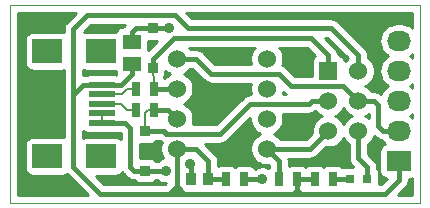
<source format=gtl>
G04 #@! TF.FileFunction,Copper,L1,Top,Signal*
%FSLAX46Y46*%
G04 Gerber Fmt 4.6, Leading zero omitted, Abs format (unit mm)*
G04 Created by KiCad (PCBNEW 4.0.7) date Tue May  8 00:57:31 2018*
%MOMM*%
%LPD*%
G01*
G04 APERTURE LIST*
%ADD10C,0.150000*%
%ADD11C,0.025400*%
%ADD12R,2.032000X1.727200*%
%ADD13O,2.032000X1.727200*%
%ADD14R,0.635000X1.143000*%
%ADD15R,1.524000X1.524000*%
%ADD16C,1.524000*%
%ADD17R,0.850900X0.850900*%
%ADD18R,0.899160X1.000760*%
%ADD19R,0.797560X0.797560*%
%ADD20R,1.498600X1.300480*%
%ADD21R,2.301240X0.500380*%
%ADD22R,2.499360X1.998980*%
%ADD23C,1.778000*%
%ADD24C,0.889000*%
%ADD25C,0.381000*%
%ADD26C,0.203200*%
%ADD27C,0.254000*%
G04 APERTURE END LIST*
D10*
D11*
X131445000Y-86106000D02*
X96774000Y-86106000D01*
X96774000Y-102870000D02*
X131445000Y-102870000D01*
X131445000Y-86106000D02*
X131445000Y-102870000D01*
X96774000Y-102870000D02*
X96774000Y-86106000D01*
D12*
X129667000Y-99314000D03*
D13*
X129667000Y-96774000D03*
X129667000Y-94234000D03*
X129667000Y-91694000D03*
X129667000Y-89154000D03*
D14*
X119507000Y-100838000D03*
X121031000Y-100838000D03*
X108966000Y-93218000D03*
X107442000Y-93218000D03*
X108966000Y-94996000D03*
X107442000Y-94996000D03*
D15*
X123698000Y-91694000D03*
D16*
X126238000Y-91694000D03*
X123698000Y-94234000D03*
X126238000Y-94234000D03*
X123698000Y-96774000D03*
X126238000Y-96774000D03*
D17*
X108204000Y-100139500D03*
X108204000Y-96789240D03*
X108839000Y-88074500D03*
X108839000Y-91424760D03*
D16*
X118491000Y-98298000D03*
X118491000Y-95758000D03*
X118491000Y-93218000D03*
X118491000Y-90678000D03*
X110871000Y-90678000D03*
X110871000Y-93218000D03*
X110871000Y-95758000D03*
X110871000Y-98298000D03*
D18*
X113527840Y-100838000D03*
X112024160Y-100838000D03*
D14*
X116586000Y-100838000D03*
X115062000Y-100838000D03*
D19*
X126987300Y-100838000D03*
X125488700Y-100838000D03*
D14*
X124079000Y-100838000D03*
X122555000Y-100838000D03*
D20*
X107061000Y-91122500D03*
X107061000Y-89217500D03*
D21*
X104541320Y-92887800D03*
X104541320Y-93687900D03*
X104541320Y-94488000D03*
X104541320Y-95288100D03*
X104541320Y-96088200D03*
D22*
X104442260Y-90037920D03*
X99908300Y-90037920D03*
X104442260Y-98938080D03*
X99908300Y-98938080D03*
D23*
X99908300Y-90017600D03*
X104444800Y-90017600D03*
X99908300Y-98945700D03*
X104444800Y-98945700D03*
D24*
X109918500Y-100139500D03*
X112014000Y-99568000D03*
X110236000Y-88074500D03*
X118110000Y-100838000D03*
D25*
X122555000Y-100838000D02*
X121031000Y-100838000D01*
X107442000Y-86995000D02*
X110744000Y-86995000D01*
X110744000Y-86995000D02*
X111823500Y-88074500D01*
X111823500Y-88074500D02*
X123952000Y-88074500D01*
X123952000Y-88074500D02*
X126238000Y-90360500D01*
X126238000Y-90360500D02*
X126238000Y-91694000D01*
X103251000Y-86995000D02*
X102108000Y-88138000D01*
X107442000Y-86995000D02*
X107315000Y-86995000D01*
X107315000Y-86995000D02*
X103251000Y-86995000D01*
X102108000Y-93726000D02*
X102108000Y-88138000D01*
X104541320Y-92887800D02*
X106121200Y-92887800D01*
X107061000Y-91948000D02*
X107061000Y-91122500D01*
X106121200Y-92887800D02*
X107061000Y-91948000D01*
X104541320Y-92887800D02*
X102946200Y-92887800D01*
X102108000Y-93726000D02*
X102946200Y-92887800D01*
X110871000Y-98298000D02*
X112522000Y-98298000D01*
X113527840Y-99303840D02*
X113527840Y-100838000D01*
X112522000Y-98298000D02*
X113527840Y-99303840D01*
X113527840Y-100838000D02*
X115062000Y-100838000D01*
X121666000Y-102108000D02*
X121335800Y-102108000D01*
X129667000Y-100965000D02*
X128524000Y-102108000D01*
X128524000Y-102108000D02*
X121666000Y-102108000D01*
X121335800Y-102108000D02*
X120726200Y-102108000D01*
X129667000Y-99314000D02*
X129667000Y-100965000D01*
X121031000Y-101803200D02*
X120726200Y-102108000D01*
X121031000Y-100838000D02*
X121031000Y-101803200D01*
X121031000Y-101803200D02*
X121335800Y-102108000D01*
X104394000Y-102108000D02*
X102108000Y-99822000D01*
X110210600Y-102108000D02*
X104394000Y-102108000D01*
X102108000Y-99822000D02*
X102108000Y-93726000D01*
X111506000Y-102108000D02*
X111353600Y-102108000D01*
X111353600Y-102108000D02*
X110871000Y-102108000D01*
X110871000Y-102108000D02*
X110642400Y-102108000D01*
X110642400Y-102108000D02*
X110210600Y-102108000D01*
X120396000Y-102108000D02*
X111506000Y-102108000D01*
X120726200Y-102108000D02*
X120396000Y-102108000D01*
X110871000Y-101447600D02*
X110210600Y-102108000D01*
X110871000Y-98298000D02*
X110871000Y-101447600D01*
X110871000Y-101473000D02*
X111506000Y-102108000D01*
X110871000Y-98298000D02*
X110871000Y-101473000D01*
X110871000Y-98298000D02*
X110871000Y-102108000D01*
D26*
X104541320Y-95288100D02*
X104541320Y-96088200D01*
D25*
X104541320Y-96088200D02*
X106502200Y-96088200D01*
X107251500Y-100139500D02*
X108204000Y-100139500D01*
X106934000Y-99822000D02*
X107251500Y-100139500D01*
X106934000Y-96520000D02*
X106934000Y-99822000D01*
X106502200Y-96088200D02*
X106934000Y-96520000D01*
X126238000Y-96774000D02*
X126238000Y-99060000D01*
X126987300Y-99809300D02*
X126987300Y-100838000D01*
X126238000Y-99060000D02*
X126987300Y-99809300D01*
X112024160Y-100838000D02*
X112024160Y-99578160D01*
X109918500Y-100139500D02*
X108204000Y-100139500D01*
D27*
X112024160Y-99578160D02*
X112014000Y-99568000D01*
D25*
X108839000Y-88074500D02*
X110236000Y-88074500D01*
X108839000Y-88074500D02*
X107378500Y-88074500D01*
X107378500Y-88074500D02*
X107061000Y-88392000D01*
X107061000Y-88392000D02*
X107061000Y-89217500D01*
X125488700Y-100838000D02*
X124079000Y-100838000D01*
D26*
X106210100Y-93687900D02*
X106680000Y-93218000D01*
X104541320Y-93687900D02*
X106210100Y-93687900D01*
X106680000Y-93218000D02*
X107442000Y-93218000D01*
X106680000Y-94996000D02*
X107442000Y-94996000D01*
X106172000Y-94488000D02*
X106680000Y-94996000D01*
X104541320Y-94488000D02*
X106172000Y-94488000D01*
D25*
X116586000Y-100838000D02*
X118110000Y-100838000D01*
X123698000Y-90360500D02*
X123698000Y-91694000D01*
X122237500Y-88900000D02*
X123698000Y-90360500D01*
D26*
X108839000Y-91424760D02*
X108839000Y-92075000D01*
D25*
X108839000Y-91424760D02*
X108839000Y-90678000D01*
X110617000Y-88900000D02*
X108839000Y-90678000D01*
X118110000Y-88900000D02*
X110617000Y-88900000D01*
X120396000Y-88900000D02*
X122237500Y-88900000D01*
X120396000Y-88900000D02*
X118110000Y-88900000D01*
D26*
X108966000Y-92202000D02*
X108966000Y-93218000D01*
D25*
X110871000Y-93218000D02*
X108966000Y-93218000D01*
D26*
X108839000Y-92075000D02*
X108966000Y-92202000D01*
X108458000Y-94996000D02*
X108966000Y-94996000D01*
D25*
X108966000Y-94996000D02*
X110109000Y-94996000D01*
D26*
X108204000Y-96789240D02*
X108204000Y-95250000D01*
D25*
X108204000Y-96789240D02*
X109743240Y-96789240D01*
X109743240Y-96789240D02*
X109982000Y-97028000D01*
D26*
X108204000Y-95250000D02*
X108458000Y-94996000D01*
D25*
X109982000Y-97028000D02*
X114554000Y-97028000D01*
X110109000Y-94996000D02*
X110871000Y-95758000D01*
X122301000Y-94234000D02*
X123698000Y-94234000D01*
X122047000Y-94488000D02*
X122301000Y-94234000D01*
X117094000Y-94488000D02*
X122047000Y-94488000D01*
X114554000Y-97028000D02*
X117094000Y-94488000D01*
X126238000Y-94234000D02*
X127563880Y-94234000D01*
X128330960Y-96774000D02*
X129667000Y-96774000D01*
X127924560Y-96367600D02*
X128330960Y-96774000D01*
X127924560Y-94594680D02*
X127924560Y-96367600D01*
X127563880Y-94234000D02*
X127924560Y-94594680D01*
X126238000Y-94234000D02*
X124968000Y-92964000D01*
X112522000Y-90678000D02*
X110871000Y-90678000D01*
X113792000Y-91948000D02*
X112522000Y-90678000D01*
X119507000Y-91948000D02*
X113792000Y-91948000D01*
X120523000Y-92964000D02*
X119507000Y-91948000D01*
X124968000Y-92964000D02*
X120523000Y-92964000D01*
X123698000Y-96774000D02*
X122174000Y-98298000D01*
X122174000Y-98298000D02*
X118491000Y-98298000D01*
X119507000Y-99314000D02*
X118491000Y-98298000D01*
X119507000Y-100838000D02*
X119507000Y-99314000D01*
D27*
G36*
X130797300Y-102222300D02*
X129577134Y-102222300D01*
X130250717Y-101548717D01*
X130299133Y-101489774D01*
X130348131Y-101431380D01*
X130350223Y-101427575D01*
X130352977Y-101424222D01*
X130389009Y-101357023D01*
X130425746Y-101290199D01*
X130427058Y-101286063D01*
X130429110Y-101282236D01*
X130451407Y-101209305D01*
X130474461Y-101136631D01*
X130474945Y-101132317D01*
X130476214Y-101128166D01*
X130483918Y-101052324D01*
X130492420Y-100976526D01*
X130492479Y-100968041D01*
X130492495Y-100967882D01*
X130492481Y-100967734D01*
X130492500Y-100965000D01*
X130492500Y-100815672D01*
X130683000Y-100815672D01*
X130784121Y-100807608D01*
X130797300Y-100803527D01*
X130797300Y-102222300D01*
X130797300Y-102222300D01*
G37*
X130797300Y-102222300D02*
X129577134Y-102222300D01*
X130250717Y-101548717D01*
X130299133Y-101489774D01*
X130348131Y-101431380D01*
X130350223Y-101427575D01*
X130352977Y-101424222D01*
X130389009Y-101357023D01*
X130425746Y-101290199D01*
X130427058Y-101286063D01*
X130429110Y-101282236D01*
X130451407Y-101209305D01*
X130474461Y-101136631D01*
X130474945Y-101132317D01*
X130476214Y-101128166D01*
X130483918Y-101052324D01*
X130492420Y-100976526D01*
X130492479Y-100968041D01*
X130492495Y-100967882D01*
X130492481Y-100967734D01*
X130492500Y-100965000D01*
X130492500Y-100815672D01*
X130683000Y-100815672D01*
X130784121Y-100807608D01*
X130797300Y-100803527D01*
X130797300Y-102222300D01*
G36*
X101524283Y-87554283D02*
X101475867Y-87613226D01*
X101426869Y-87671620D01*
X101424777Y-87675425D01*
X101422023Y-87678778D01*
X101385991Y-87745977D01*
X101349254Y-87812801D01*
X101347942Y-87816937D01*
X101345890Y-87820764D01*
X101323593Y-87893695D01*
X101300539Y-87966369D01*
X101300055Y-87970683D01*
X101298786Y-87974834D01*
X101291078Y-88050716D01*
X101282580Y-88126474D01*
X101282521Y-88134950D01*
X101282504Y-88135119D01*
X101282519Y-88135277D01*
X101282500Y-88138000D01*
X101282500Y-88415758D01*
X101220522Y-88403430D01*
X101179597Y-88403430D01*
X101157980Y-88400358D01*
X98658620Y-88400358D01*
X98620098Y-88403430D01*
X98596078Y-88403430D01*
X98580004Y-88406627D01*
X98557499Y-88408422D01*
X98533286Y-88415920D01*
X98473397Y-88427833D01*
X98409936Y-88454119D01*
X98385986Y-88461536D01*
X98375757Y-88468277D01*
X98357835Y-88475700D01*
X98253831Y-88545193D01*
X98243781Y-88555243D01*
X98236061Y-88560330D01*
X98220868Y-88578156D01*
X98165383Y-88633641D01*
X98135641Y-88678153D01*
X98119595Y-88696980D01*
X98112408Y-88712924D01*
X98095890Y-88737645D01*
X98048023Y-88853207D01*
X98047115Y-88857772D01*
X98045810Y-88860667D01*
X98043986Y-88873502D01*
X98023620Y-88975888D01*
X98023620Y-89016813D01*
X98020548Y-89038430D01*
X98020548Y-91037410D01*
X98023620Y-91075932D01*
X98023620Y-91099952D01*
X98026817Y-91116026D01*
X98028612Y-91138531D01*
X98036110Y-91162744D01*
X98048023Y-91222633D01*
X98074309Y-91286094D01*
X98081726Y-91310044D01*
X98088467Y-91320273D01*
X98095890Y-91338195D01*
X98165383Y-91442199D01*
X98175433Y-91452249D01*
X98180520Y-91459969D01*
X98198346Y-91475162D01*
X98253831Y-91530647D01*
X98298343Y-91560389D01*
X98317170Y-91576435D01*
X98333114Y-91583622D01*
X98357835Y-91600140D01*
X98473397Y-91648007D01*
X98477962Y-91648915D01*
X98480857Y-91650220D01*
X98493692Y-91652044D01*
X98596078Y-91672410D01*
X98637003Y-91672410D01*
X98658620Y-91675482D01*
X101157980Y-91675482D01*
X101196502Y-91672410D01*
X101220522Y-91672410D01*
X101236596Y-91669213D01*
X101259101Y-91667418D01*
X101282500Y-91660172D01*
X101282500Y-97315918D01*
X101220522Y-97303590D01*
X101179597Y-97303590D01*
X101157980Y-97300518D01*
X98658620Y-97300518D01*
X98620098Y-97303590D01*
X98596078Y-97303590D01*
X98580004Y-97306787D01*
X98557499Y-97308582D01*
X98533286Y-97316080D01*
X98473397Y-97327993D01*
X98409936Y-97354279D01*
X98385986Y-97361696D01*
X98375757Y-97368437D01*
X98357835Y-97375860D01*
X98253831Y-97445353D01*
X98243781Y-97455403D01*
X98236061Y-97460490D01*
X98220868Y-97478316D01*
X98165383Y-97533801D01*
X98135641Y-97578313D01*
X98119595Y-97597140D01*
X98112408Y-97613084D01*
X98095890Y-97637805D01*
X98048023Y-97753367D01*
X98047115Y-97757932D01*
X98045810Y-97760827D01*
X98043986Y-97773662D01*
X98023620Y-97876048D01*
X98023620Y-97916973D01*
X98020548Y-97938590D01*
X98020548Y-99937570D01*
X98023620Y-99976092D01*
X98023620Y-100000112D01*
X98026817Y-100016186D01*
X98028612Y-100038691D01*
X98036110Y-100062904D01*
X98048023Y-100122793D01*
X98074309Y-100186254D01*
X98081726Y-100210204D01*
X98088467Y-100220433D01*
X98095890Y-100238355D01*
X98165383Y-100342359D01*
X98175433Y-100352409D01*
X98180520Y-100360129D01*
X98198346Y-100375322D01*
X98253831Y-100430807D01*
X98298343Y-100460549D01*
X98317170Y-100476595D01*
X98333114Y-100483782D01*
X98357835Y-100500300D01*
X98473397Y-100548167D01*
X98477962Y-100549075D01*
X98480857Y-100550380D01*
X98493692Y-100552204D01*
X98596078Y-100572570D01*
X98637003Y-100572570D01*
X98658620Y-100575642D01*
X101157980Y-100575642D01*
X101196502Y-100572570D01*
X101220522Y-100572570D01*
X101236596Y-100569373D01*
X101259101Y-100567578D01*
X101283314Y-100560080D01*
X101343203Y-100548167D01*
X101406664Y-100521881D01*
X101430614Y-100514464D01*
X101440843Y-100507723D01*
X101458765Y-100500300D01*
X101554739Y-100436173D01*
X103340866Y-102222300D01*
X97421700Y-102222300D01*
X97421700Y-86753700D01*
X102324866Y-86753700D01*
X101524283Y-87554283D01*
X101524283Y-87554283D01*
G37*
X101524283Y-87554283D02*
X101475867Y-87613226D01*
X101426869Y-87671620D01*
X101424777Y-87675425D01*
X101422023Y-87678778D01*
X101385991Y-87745977D01*
X101349254Y-87812801D01*
X101347942Y-87816937D01*
X101345890Y-87820764D01*
X101323593Y-87893695D01*
X101300539Y-87966369D01*
X101300055Y-87970683D01*
X101298786Y-87974834D01*
X101291078Y-88050716D01*
X101282580Y-88126474D01*
X101282521Y-88134950D01*
X101282504Y-88135119D01*
X101282519Y-88135277D01*
X101282500Y-88138000D01*
X101282500Y-88415758D01*
X101220522Y-88403430D01*
X101179597Y-88403430D01*
X101157980Y-88400358D01*
X98658620Y-88400358D01*
X98620098Y-88403430D01*
X98596078Y-88403430D01*
X98580004Y-88406627D01*
X98557499Y-88408422D01*
X98533286Y-88415920D01*
X98473397Y-88427833D01*
X98409936Y-88454119D01*
X98385986Y-88461536D01*
X98375757Y-88468277D01*
X98357835Y-88475700D01*
X98253831Y-88545193D01*
X98243781Y-88555243D01*
X98236061Y-88560330D01*
X98220868Y-88578156D01*
X98165383Y-88633641D01*
X98135641Y-88678153D01*
X98119595Y-88696980D01*
X98112408Y-88712924D01*
X98095890Y-88737645D01*
X98048023Y-88853207D01*
X98047115Y-88857772D01*
X98045810Y-88860667D01*
X98043986Y-88873502D01*
X98023620Y-88975888D01*
X98023620Y-89016813D01*
X98020548Y-89038430D01*
X98020548Y-91037410D01*
X98023620Y-91075932D01*
X98023620Y-91099952D01*
X98026817Y-91116026D01*
X98028612Y-91138531D01*
X98036110Y-91162744D01*
X98048023Y-91222633D01*
X98074309Y-91286094D01*
X98081726Y-91310044D01*
X98088467Y-91320273D01*
X98095890Y-91338195D01*
X98165383Y-91442199D01*
X98175433Y-91452249D01*
X98180520Y-91459969D01*
X98198346Y-91475162D01*
X98253831Y-91530647D01*
X98298343Y-91560389D01*
X98317170Y-91576435D01*
X98333114Y-91583622D01*
X98357835Y-91600140D01*
X98473397Y-91648007D01*
X98477962Y-91648915D01*
X98480857Y-91650220D01*
X98493692Y-91652044D01*
X98596078Y-91672410D01*
X98637003Y-91672410D01*
X98658620Y-91675482D01*
X101157980Y-91675482D01*
X101196502Y-91672410D01*
X101220522Y-91672410D01*
X101236596Y-91669213D01*
X101259101Y-91667418D01*
X101282500Y-91660172D01*
X101282500Y-97315918D01*
X101220522Y-97303590D01*
X101179597Y-97303590D01*
X101157980Y-97300518D01*
X98658620Y-97300518D01*
X98620098Y-97303590D01*
X98596078Y-97303590D01*
X98580004Y-97306787D01*
X98557499Y-97308582D01*
X98533286Y-97316080D01*
X98473397Y-97327993D01*
X98409936Y-97354279D01*
X98385986Y-97361696D01*
X98375757Y-97368437D01*
X98357835Y-97375860D01*
X98253831Y-97445353D01*
X98243781Y-97455403D01*
X98236061Y-97460490D01*
X98220868Y-97478316D01*
X98165383Y-97533801D01*
X98135641Y-97578313D01*
X98119595Y-97597140D01*
X98112408Y-97613084D01*
X98095890Y-97637805D01*
X98048023Y-97753367D01*
X98047115Y-97757932D01*
X98045810Y-97760827D01*
X98043986Y-97773662D01*
X98023620Y-97876048D01*
X98023620Y-97916973D01*
X98020548Y-97938590D01*
X98020548Y-99937570D01*
X98023620Y-99976092D01*
X98023620Y-100000112D01*
X98026817Y-100016186D01*
X98028612Y-100038691D01*
X98036110Y-100062904D01*
X98048023Y-100122793D01*
X98074309Y-100186254D01*
X98081726Y-100210204D01*
X98088467Y-100220433D01*
X98095890Y-100238355D01*
X98165383Y-100342359D01*
X98175433Y-100352409D01*
X98180520Y-100360129D01*
X98198346Y-100375322D01*
X98253831Y-100430807D01*
X98298343Y-100460549D01*
X98317170Y-100476595D01*
X98333114Y-100483782D01*
X98357835Y-100500300D01*
X98473397Y-100548167D01*
X98477962Y-100549075D01*
X98480857Y-100550380D01*
X98493692Y-100552204D01*
X98596078Y-100572570D01*
X98637003Y-100572570D01*
X98658620Y-100575642D01*
X101157980Y-100575642D01*
X101196502Y-100572570D01*
X101220522Y-100572570D01*
X101236596Y-100569373D01*
X101259101Y-100567578D01*
X101283314Y-100560080D01*
X101343203Y-100548167D01*
X101406664Y-100521881D01*
X101430614Y-100514464D01*
X101440843Y-100507723D01*
X101458765Y-100500300D01*
X101554739Y-100436173D01*
X103340866Y-102222300D01*
X97421700Y-102222300D01*
X97421700Y-86753700D01*
X102324866Y-86753700D01*
X101524283Y-87554283D01*
G36*
X127747243Y-97357716D02*
X127806156Y-97406108D01*
X127864580Y-97455131D01*
X127868385Y-97457223D01*
X127871738Y-97459977D01*
X127938937Y-97496009D01*
X128005761Y-97532746D01*
X128009897Y-97534058D01*
X128013724Y-97536110D01*
X128086614Y-97558394D01*
X128159329Y-97581461D01*
X128163648Y-97581945D01*
X128167794Y-97583213D01*
X128243586Y-97590912D01*
X128251165Y-97591762D01*
X128252637Y-97594578D01*
X128435903Y-97822515D01*
X128464780Y-97846745D01*
X128378366Y-97873506D01*
X128228441Y-97972300D01*
X128111975Y-98108950D01*
X128038190Y-98272637D01*
X128012928Y-98450400D01*
X128012928Y-100177600D01*
X128020992Y-100278721D01*
X128074106Y-100450234D01*
X128172900Y-100600159D01*
X128309550Y-100716625D01*
X128473237Y-100790410D01*
X128649156Y-100815410D01*
X128182066Y-101282500D01*
X128017655Y-101282500D01*
X128024152Y-101236780D01*
X128024152Y-100439220D01*
X128016088Y-100338099D01*
X127962974Y-100166586D01*
X127864180Y-100016661D01*
X127812800Y-99972870D01*
X127812800Y-99809300D01*
X127805357Y-99733397D01*
X127798713Y-99657448D01*
X127797501Y-99653277D01*
X127797078Y-99648960D01*
X127775040Y-99575966D01*
X127753765Y-99502736D01*
X127751768Y-99498884D01*
X127750513Y-99494726D01*
X127714702Y-99427376D01*
X127679622Y-99359700D01*
X127676914Y-99356307D01*
X127674876Y-99352475D01*
X127626680Y-99293381D01*
X127579110Y-99233790D01*
X127573157Y-99227754D01*
X127573051Y-99227624D01*
X127572931Y-99227525D01*
X127571016Y-99225583D01*
X127063500Y-98718066D01*
X127063500Y-97904762D01*
X127102240Y-97880177D01*
X127300639Y-97691245D01*
X127458561Y-97467375D01*
X127569993Y-97217095D01*
X127576774Y-97187248D01*
X127747243Y-97357716D01*
X127747243Y-97357716D01*
G37*
X127747243Y-97357716D02*
X127806156Y-97406108D01*
X127864580Y-97455131D01*
X127868385Y-97457223D01*
X127871738Y-97459977D01*
X127938937Y-97496009D01*
X128005761Y-97532746D01*
X128009897Y-97534058D01*
X128013724Y-97536110D01*
X128086614Y-97558394D01*
X128159329Y-97581461D01*
X128163648Y-97581945D01*
X128167794Y-97583213D01*
X128243586Y-97590912D01*
X128251165Y-97591762D01*
X128252637Y-97594578D01*
X128435903Y-97822515D01*
X128464780Y-97846745D01*
X128378366Y-97873506D01*
X128228441Y-97972300D01*
X128111975Y-98108950D01*
X128038190Y-98272637D01*
X128012928Y-98450400D01*
X128012928Y-100177600D01*
X128020992Y-100278721D01*
X128074106Y-100450234D01*
X128172900Y-100600159D01*
X128309550Y-100716625D01*
X128473237Y-100790410D01*
X128649156Y-100815410D01*
X128182066Y-101282500D01*
X128017655Y-101282500D01*
X128024152Y-101236780D01*
X128024152Y-100439220D01*
X128016088Y-100338099D01*
X127962974Y-100166586D01*
X127864180Y-100016661D01*
X127812800Y-99972870D01*
X127812800Y-99809300D01*
X127805357Y-99733397D01*
X127798713Y-99657448D01*
X127797501Y-99653277D01*
X127797078Y-99648960D01*
X127775040Y-99575966D01*
X127753765Y-99502736D01*
X127751768Y-99498884D01*
X127750513Y-99494726D01*
X127714702Y-99427376D01*
X127679622Y-99359700D01*
X127676914Y-99356307D01*
X127674876Y-99352475D01*
X127626680Y-99293381D01*
X127579110Y-99233790D01*
X127573157Y-99227754D01*
X127573051Y-99227624D01*
X127572931Y-99227525D01*
X127571016Y-99225583D01*
X127063500Y-98718066D01*
X127063500Y-97904762D01*
X127102240Y-97880177D01*
X127300639Y-97691245D01*
X127458561Y-97467375D01*
X127569993Y-97217095D01*
X127576774Y-97187248D01*
X127747243Y-97357716D01*
G36*
X106241677Y-100271600D02*
X106244388Y-100274996D01*
X106246424Y-100278825D01*
X106294597Y-100337892D01*
X106342190Y-100397510D01*
X106348147Y-100403551D01*
X106348249Y-100403676D01*
X106348365Y-100403772D01*
X106350283Y-100405717D01*
X106667783Y-100723217D01*
X106726726Y-100771633D01*
X106785120Y-100820631D01*
X106788925Y-100822723D01*
X106792278Y-100825477D01*
X106859512Y-100861528D01*
X106926301Y-100898246D01*
X106930433Y-100899557D01*
X106934264Y-100901611D01*
X107007228Y-100923918D01*
X107079869Y-100946961D01*
X107084184Y-100947445D01*
X107088335Y-100948714D01*
X107164211Y-100956422D01*
X107239974Y-100964920D01*
X107248450Y-100964979D01*
X107248619Y-100964996D01*
X107248777Y-100964981D01*
X107251500Y-100965000D01*
X107285618Y-100965000D01*
X107300450Y-100987509D01*
X107437100Y-101103975D01*
X107600787Y-101177760D01*
X107778550Y-101203022D01*
X108629450Y-101203022D01*
X108730571Y-101194958D01*
X108902084Y-101141844D01*
X109052009Y-101043050D01*
X109118531Y-100965000D01*
X109214930Y-100965000D01*
X109215469Y-100965558D01*
X109389307Y-101086379D01*
X109583302Y-101171133D01*
X109790064Y-101216593D01*
X109931609Y-101219558D01*
X109868666Y-101282500D01*
X104735934Y-101282500D01*
X104029076Y-100575642D01*
X105691940Y-100575642D01*
X105730462Y-100572570D01*
X105754482Y-100572570D01*
X105770556Y-100569373D01*
X105793061Y-100567578D01*
X105817274Y-100560080D01*
X105877163Y-100548167D01*
X105940624Y-100521881D01*
X105964574Y-100514464D01*
X105974803Y-100507723D01*
X105992725Y-100500300D01*
X106096729Y-100430807D01*
X106106779Y-100420757D01*
X106114499Y-100415670D01*
X106129692Y-100397844D01*
X106185177Y-100342359D01*
X106214919Y-100297847D01*
X106230965Y-100279020D01*
X106237736Y-100263998D01*
X106241677Y-100271600D01*
X106241677Y-100271600D01*
G37*
X106241677Y-100271600D02*
X106244388Y-100274996D01*
X106246424Y-100278825D01*
X106294597Y-100337892D01*
X106342190Y-100397510D01*
X106348147Y-100403551D01*
X106348249Y-100403676D01*
X106348365Y-100403772D01*
X106350283Y-100405717D01*
X106667783Y-100723217D01*
X106726726Y-100771633D01*
X106785120Y-100820631D01*
X106788925Y-100822723D01*
X106792278Y-100825477D01*
X106859512Y-100861528D01*
X106926301Y-100898246D01*
X106930433Y-100899557D01*
X106934264Y-100901611D01*
X107007228Y-100923918D01*
X107079869Y-100946961D01*
X107084184Y-100947445D01*
X107088335Y-100948714D01*
X107164211Y-100956422D01*
X107239974Y-100964920D01*
X107248450Y-100964979D01*
X107248619Y-100964996D01*
X107248777Y-100964981D01*
X107251500Y-100965000D01*
X107285618Y-100965000D01*
X107300450Y-100987509D01*
X107437100Y-101103975D01*
X107600787Y-101177760D01*
X107778550Y-101203022D01*
X108629450Y-101203022D01*
X108730571Y-101194958D01*
X108902084Y-101141844D01*
X109052009Y-101043050D01*
X109118531Y-100965000D01*
X109214930Y-100965000D01*
X109215469Y-100965558D01*
X109389307Y-101086379D01*
X109583302Y-101171133D01*
X109790064Y-101216593D01*
X109931609Y-101219558D01*
X109868666Y-101282500D01*
X104735934Y-101282500D01*
X104029076Y-100575642D01*
X105691940Y-100575642D01*
X105730462Y-100572570D01*
X105754482Y-100572570D01*
X105770556Y-100569373D01*
X105793061Y-100567578D01*
X105817274Y-100560080D01*
X105877163Y-100548167D01*
X105940624Y-100521881D01*
X105964574Y-100514464D01*
X105974803Y-100507723D01*
X105992725Y-100500300D01*
X106096729Y-100430807D01*
X106106779Y-100420757D01*
X106114499Y-100415670D01*
X106129692Y-100397844D01*
X106185177Y-100342359D01*
X106214919Y-100297847D01*
X106230965Y-100279020D01*
X106237736Y-100263998D01*
X106241677Y-100271600D01*
G36*
X117092164Y-95875464D02*
X117141620Y-96144928D01*
X117242474Y-96399655D01*
X117390883Y-96629942D01*
X117581196Y-96827016D01*
X117806163Y-96983372D01*
X117906700Y-97027296D01*
X117840644Y-97053984D01*
X117611399Y-97203997D01*
X117415658Y-97395681D01*
X117260877Y-97621734D01*
X117152950Y-97873546D01*
X117095989Y-98141524D01*
X117092164Y-98415464D01*
X117141620Y-98684928D01*
X117242474Y-98939655D01*
X117390883Y-99169942D01*
X117581196Y-99367016D01*
X117806163Y-99523372D01*
X118057215Y-99633054D01*
X118324789Y-99691884D01*
X118598695Y-99697622D01*
X118681500Y-99683021D01*
X118681500Y-99888648D01*
X118663822Y-99909390D01*
X118625921Y-99883825D01*
X118430761Y-99801788D01*
X118223384Y-99759219D01*
X118011689Y-99757741D01*
X117803738Y-99797410D01*
X117607452Y-99876715D01*
X117464736Y-99970105D01*
X117381600Y-99843941D01*
X117244950Y-99727475D01*
X117081263Y-99653690D01*
X116903500Y-99628428D01*
X116268500Y-99628428D01*
X116167379Y-99636492D01*
X115995866Y-99689606D01*
X115845941Y-99788400D01*
X115823427Y-99814816D01*
X115720950Y-99727475D01*
X115557263Y-99653690D01*
X115379500Y-99628428D01*
X114744500Y-99628428D01*
X114643379Y-99636492D01*
X114471866Y-99689606D01*
X114353340Y-99767709D01*
X114353340Y-99303840D01*
X114345901Y-99227978D01*
X114339253Y-99151988D01*
X114338041Y-99147817D01*
X114337618Y-99143500D01*
X114315580Y-99070506D01*
X114294305Y-98997276D01*
X114292308Y-98993424D01*
X114291053Y-98989266D01*
X114255252Y-98921935D01*
X114220163Y-98854241D01*
X114217453Y-98850847D01*
X114215416Y-98847015D01*
X114167225Y-98787926D01*
X114119650Y-98728330D01*
X114113697Y-98722293D01*
X114113591Y-98722164D01*
X114113471Y-98722065D01*
X114111557Y-98720124D01*
X113244934Y-97853500D01*
X114554000Y-97853500D01*
X114629858Y-97846062D01*
X114705852Y-97839413D01*
X114710023Y-97838201D01*
X114714340Y-97837778D01*
X114787334Y-97815740D01*
X114860564Y-97794465D01*
X114864416Y-97792468D01*
X114868574Y-97791213D01*
X114935884Y-97755423D01*
X115003600Y-97720323D01*
X115006996Y-97717612D01*
X115010825Y-97715576D01*
X115069892Y-97667403D01*
X115129510Y-97619810D01*
X115135551Y-97613853D01*
X115135676Y-97613751D01*
X115135772Y-97613635D01*
X115137717Y-97611717D01*
X117095254Y-95654179D01*
X117092164Y-95875464D01*
X117092164Y-95875464D01*
G37*
X117092164Y-95875464D02*
X117141620Y-96144928D01*
X117242474Y-96399655D01*
X117390883Y-96629942D01*
X117581196Y-96827016D01*
X117806163Y-96983372D01*
X117906700Y-97027296D01*
X117840644Y-97053984D01*
X117611399Y-97203997D01*
X117415658Y-97395681D01*
X117260877Y-97621734D01*
X117152950Y-97873546D01*
X117095989Y-98141524D01*
X117092164Y-98415464D01*
X117141620Y-98684928D01*
X117242474Y-98939655D01*
X117390883Y-99169942D01*
X117581196Y-99367016D01*
X117806163Y-99523372D01*
X118057215Y-99633054D01*
X118324789Y-99691884D01*
X118598695Y-99697622D01*
X118681500Y-99683021D01*
X118681500Y-99888648D01*
X118663822Y-99909390D01*
X118625921Y-99883825D01*
X118430761Y-99801788D01*
X118223384Y-99759219D01*
X118011689Y-99757741D01*
X117803738Y-99797410D01*
X117607452Y-99876715D01*
X117464736Y-99970105D01*
X117381600Y-99843941D01*
X117244950Y-99727475D01*
X117081263Y-99653690D01*
X116903500Y-99628428D01*
X116268500Y-99628428D01*
X116167379Y-99636492D01*
X115995866Y-99689606D01*
X115845941Y-99788400D01*
X115823427Y-99814816D01*
X115720950Y-99727475D01*
X115557263Y-99653690D01*
X115379500Y-99628428D01*
X114744500Y-99628428D01*
X114643379Y-99636492D01*
X114471866Y-99689606D01*
X114353340Y-99767709D01*
X114353340Y-99303840D01*
X114345901Y-99227978D01*
X114339253Y-99151988D01*
X114338041Y-99147817D01*
X114337618Y-99143500D01*
X114315580Y-99070506D01*
X114294305Y-98997276D01*
X114292308Y-98993424D01*
X114291053Y-98989266D01*
X114255252Y-98921935D01*
X114220163Y-98854241D01*
X114217453Y-98850847D01*
X114215416Y-98847015D01*
X114167225Y-98787926D01*
X114119650Y-98728330D01*
X114113697Y-98722293D01*
X114113591Y-98722164D01*
X114113471Y-98722065D01*
X114111557Y-98720124D01*
X113244934Y-97853500D01*
X114554000Y-97853500D01*
X114629858Y-97846062D01*
X114705852Y-97839413D01*
X114710023Y-97838201D01*
X114714340Y-97837778D01*
X114787334Y-97815740D01*
X114860564Y-97794465D01*
X114864416Y-97792468D01*
X114868574Y-97791213D01*
X114935884Y-97755423D01*
X115003600Y-97720323D01*
X115006996Y-97717612D01*
X115010825Y-97715576D01*
X115069892Y-97667403D01*
X115129510Y-97619810D01*
X115135551Y-97613853D01*
X115135676Y-97613751D01*
X115135772Y-97613635D01*
X115137717Y-97611717D01*
X117095254Y-95654179D01*
X117092164Y-95875464D01*
G36*
X124989474Y-97415655D02*
X125137883Y-97645942D01*
X125328196Y-97843016D01*
X125412500Y-97901609D01*
X125412500Y-99060000D01*
X125419938Y-99135858D01*
X125426587Y-99211852D01*
X125427799Y-99216023D01*
X125428222Y-99220340D01*
X125450260Y-99293334D01*
X125471535Y-99366564D01*
X125473532Y-99370416D01*
X125474787Y-99374574D01*
X125510577Y-99441884D01*
X125545677Y-99509600D01*
X125548388Y-99512996D01*
X125550424Y-99516825D01*
X125598597Y-99575892D01*
X125646190Y-99635510D01*
X125652147Y-99641551D01*
X125652249Y-99641676D01*
X125652365Y-99641772D01*
X125654283Y-99643717D01*
X125811714Y-99801148D01*
X125089920Y-99801148D01*
X124988799Y-99809212D01*
X124874948Y-99844469D01*
X124874600Y-99843941D01*
X124737950Y-99727475D01*
X124574263Y-99653690D01*
X124396500Y-99628428D01*
X123761500Y-99628428D01*
X123660379Y-99636492D01*
X123488866Y-99689606D01*
X123338941Y-99788400D01*
X123316427Y-99814816D01*
X123213950Y-99727475D01*
X123050263Y-99653690D01*
X122872500Y-99628428D01*
X122237500Y-99628428D01*
X122136379Y-99636492D01*
X121964866Y-99689606D01*
X121814941Y-99788400D01*
X121792427Y-99814816D01*
X121689950Y-99727475D01*
X121526263Y-99653690D01*
X121348500Y-99628428D01*
X120713500Y-99628428D01*
X120612379Y-99636492D01*
X120440866Y-99689606D01*
X120332500Y-99761014D01*
X120332500Y-99314000D01*
X120325062Y-99238142D01*
X120318413Y-99162148D01*
X120317201Y-99157977D01*
X120316778Y-99153660D01*
X120307672Y-99123500D01*
X122174000Y-99123500D01*
X122249858Y-99116062D01*
X122325852Y-99109413D01*
X122330023Y-99108201D01*
X122334340Y-99107778D01*
X122407334Y-99085740D01*
X122480564Y-99064465D01*
X122484416Y-99062468D01*
X122488574Y-99061213D01*
X122555884Y-99025423D01*
X122623600Y-98990323D01*
X122626996Y-98987612D01*
X122630825Y-98985576D01*
X122689892Y-98937403D01*
X122749510Y-98889810D01*
X122755551Y-98883853D01*
X122755676Y-98883751D01*
X122755772Y-98883635D01*
X122757717Y-98881717D01*
X123482407Y-98157027D01*
X123531789Y-98167884D01*
X123805695Y-98173622D01*
X124075499Y-98126048D01*
X124330923Y-98026975D01*
X124562240Y-97880177D01*
X124760639Y-97691245D01*
X124918561Y-97467375D01*
X124966934Y-97358727D01*
X124989474Y-97415655D01*
X124989474Y-97415655D01*
G37*
X124989474Y-97415655D02*
X125137883Y-97645942D01*
X125328196Y-97843016D01*
X125412500Y-97901609D01*
X125412500Y-99060000D01*
X125419938Y-99135858D01*
X125426587Y-99211852D01*
X125427799Y-99216023D01*
X125428222Y-99220340D01*
X125450260Y-99293334D01*
X125471535Y-99366564D01*
X125473532Y-99370416D01*
X125474787Y-99374574D01*
X125510577Y-99441884D01*
X125545677Y-99509600D01*
X125548388Y-99512996D01*
X125550424Y-99516825D01*
X125598597Y-99575892D01*
X125646190Y-99635510D01*
X125652147Y-99641551D01*
X125652249Y-99641676D01*
X125652365Y-99641772D01*
X125654283Y-99643717D01*
X125811714Y-99801148D01*
X125089920Y-99801148D01*
X124988799Y-99809212D01*
X124874948Y-99844469D01*
X124874600Y-99843941D01*
X124737950Y-99727475D01*
X124574263Y-99653690D01*
X124396500Y-99628428D01*
X123761500Y-99628428D01*
X123660379Y-99636492D01*
X123488866Y-99689606D01*
X123338941Y-99788400D01*
X123316427Y-99814816D01*
X123213950Y-99727475D01*
X123050263Y-99653690D01*
X122872500Y-99628428D01*
X122237500Y-99628428D01*
X122136379Y-99636492D01*
X121964866Y-99689606D01*
X121814941Y-99788400D01*
X121792427Y-99814816D01*
X121689950Y-99727475D01*
X121526263Y-99653690D01*
X121348500Y-99628428D01*
X120713500Y-99628428D01*
X120612379Y-99636492D01*
X120440866Y-99689606D01*
X120332500Y-99761014D01*
X120332500Y-99314000D01*
X120325062Y-99238142D01*
X120318413Y-99162148D01*
X120317201Y-99157977D01*
X120316778Y-99153660D01*
X120307672Y-99123500D01*
X122174000Y-99123500D01*
X122249858Y-99116062D01*
X122325852Y-99109413D01*
X122330023Y-99108201D01*
X122334340Y-99107778D01*
X122407334Y-99085740D01*
X122480564Y-99064465D01*
X122484416Y-99062468D01*
X122488574Y-99061213D01*
X122555884Y-99025423D01*
X122623600Y-98990323D01*
X122626996Y-98987612D01*
X122630825Y-98985576D01*
X122689892Y-98937403D01*
X122749510Y-98889810D01*
X122755551Y-98883853D01*
X122755676Y-98883751D01*
X122755772Y-98883635D01*
X122757717Y-98881717D01*
X123482407Y-98157027D01*
X123531789Y-98167884D01*
X123805695Y-98173622D01*
X124075499Y-98126048D01*
X124330923Y-98026975D01*
X124562240Y-97880177D01*
X124760639Y-97691245D01*
X124918561Y-97467375D01*
X124966934Y-97358727D01*
X124989474Y-97415655D01*
G36*
X109457201Y-97660112D02*
X109515620Y-97709131D01*
X109519425Y-97711223D01*
X109522778Y-97713977D01*
X109586660Y-97748231D01*
X109532950Y-97873546D01*
X109475989Y-98141524D01*
X109472164Y-98415464D01*
X109521620Y-98684928D01*
X109622474Y-98939655D01*
X109712750Y-99079736D01*
X109612238Y-99098910D01*
X109415952Y-99178215D01*
X109238808Y-99294134D01*
X109218522Y-99314000D01*
X109122382Y-99314000D01*
X109107550Y-99291491D01*
X108970900Y-99175025D01*
X108807213Y-99101240D01*
X108629450Y-99075978D01*
X107778550Y-99075978D01*
X107759500Y-99077497D01*
X107759500Y-97850055D01*
X107778550Y-97852762D01*
X108629450Y-97852762D01*
X108730571Y-97844698D01*
X108902084Y-97791584D01*
X109052009Y-97692790D01*
X109118531Y-97614740D01*
X109401964Y-97614740D01*
X109457201Y-97660112D01*
X109457201Y-97660112D01*
G37*
X109457201Y-97660112D02*
X109515620Y-97709131D01*
X109519425Y-97711223D01*
X109522778Y-97713977D01*
X109586660Y-97748231D01*
X109532950Y-97873546D01*
X109475989Y-98141524D01*
X109472164Y-98415464D01*
X109521620Y-98684928D01*
X109622474Y-98939655D01*
X109712750Y-99079736D01*
X109612238Y-99098910D01*
X109415952Y-99178215D01*
X109238808Y-99294134D01*
X109218522Y-99314000D01*
X109122382Y-99314000D01*
X109107550Y-99291491D01*
X108970900Y-99175025D01*
X108807213Y-99101240D01*
X108629450Y-99075978D01*
X107778550Y-99075978D01*
X107759500Y-99077497D01*
X107759500Y-97850055D01*
X107778550Y-97852762D01*
X108629450Y-97852762D01*
X108730571Y-97844698D01*
X108902084Y-97791584D01*
X109052009Y-97692790D01*
X109118531Y-97614740D01*
X109401964Y-97614740D01*
X109457201Y-97660112D01*
G36*
X122597883Y-95105942D02*
X122788196Y-95303016D01*
X123013163Y-95459372D01*
X123113700Y-95503296D01*
X123047644Y-95529984D01*
X122818399Y-95679997D01*
X122622658Y-95871681D01*
X122467877Y-96097734D01*
X122359950Y-96349546D01*
X122302989Y-96617524D01*
X122299164Y-96891464D01*
X122316833Y-96987734D01*
X121832066Y-97472500D01*
X119619840Y-97472500D01*
X119578835Y-97410783D01*
X119385790Y-97216385D01*
X119158662Y-97063185D01*
X119077393Y-97029023D01*
X119123923Y-97010975D01*
X119355240Y-96864177D01*
X119553639Y-96675245D01*
X119711561Y-96451375D01*
X119822993Y-96201095D01*
X119883690Y-95933938D01*
X119888059Y-95621017D01*
X119834846Y-95352269D01*
X119818867Y-95313500D01*
X122047000Y-95313500D01*
X122122858Y-95306062D01*
X122198852Y-95299413D01*
X122203023Y-95298201D01*
X122207340Y-95297778D01*
X122280334Y-95275740D01*
X122353564Y-95254465D01*
X122357416Y-95252468D01*
X122361574Y-95251213D01*
X122428884Y-95215423D01*
X122496600Y-95180323D01*
X122499996Y-95177612D01*
X122503825Y-95175576D01*
X122562892Y-95127403D01*
X122595129Y-95101668D01*
X122597883Y-95105942D01*
X122597883Y-95105942D01*
G37*
X122597883Y-95105942D02*
X122788196Y-95303016D01*
X123013163Y-95459372D01*
X123113700Y-95503296D01*
X123047644Y-95529984D01*
X122818399Y-95679997D01*
X122622658Y-95871681D01*
X122467877Y-96097734D01*
X122359950Y-96349546D01*
X122302989Y-96617524D01*
X122299164Y-96891464D01*
X122316833Y-96987734D01*
X121832066Y-97472500D01*
X119619840Y-97472500D01*
X119578835Y-97410783D01*
X119385790Y-97216385D01*
X119158662Y-97063185D01*
X119077393Y-97029023D01*
X119123923Y-97010975D01*
X119355240Y-96864177D01*
X119553639Y-96675245D01*
X119711561Y-96451375D01*
X119822993Y-96201095D01*
X119883690Y-95933938D01*
X119888059Y-95621017D01*
X119834846Y-95352269D01*
X119818867Y-95313500D01*
X122047000Y-95313500D01*
X122122858Y-95306062D01*
X122198852Y-95299413D01*
X122203023Y-95298201D01*
X122207340Y-95297778D01*
X122280334Y-95275740D01*
X122353564Y-95254465D01*
X122357416Y-95252468D01*
X122361574Y-95251213D01*
X122428884Y-95215423D01*
X122496600Y-95180323D01*
X122499996Y-95177612D01*
X122503825Y-95175576D01*
X122562892Y-95127403D01*
X122595129Y-95101668D01*
X122597883Y-95105942D01*
G36*
X103049250Y-96877415D02*
X103212937Y-96951200D01*
X103390700Y-96976462D01*
X105691940Y-96976462D01*
X105793061Y-96968398D01*
X105964574Y-96915284D01*
X105966978Y-96913700D01*
X106108500Y-96913700D01*
X106108500Y-97457124D01*
X106096729Y-97445353D01*
X106052217Y-97415611D01*
X106033390Y-97399565D01*
X106017446Y-97392378D01*
X105992725Y-97375860D01*
X105877163Y-97327993D01*
X105872598Y-97327085D01*
X105869703Y-97325780D01*
X105856868Y-97323956D01*
X105754482Y-97303590D01*
X105713557Y-97303590D01*
X105691940Y-97300518D01*
X103192580Y-97300518D01*
X103154058Y-97303590D01*
X103130038Y-97303590D01*
X103113964Y-97306787D01*
X103091459Y-97308582D01*
X103067246Y-97316080D01*
X103007357Y-97327993D01*
X102943896Y-97354279D01*
X102933500Y-97357499D01*
X102933500Y-96778762D01*
X103049250Y-96877415D01*
X103049250Y-96877415D01*
G37*
X103049250Y-96877415D02*
X103212937Y-96951200D01*
X103390700Y-96976462D01*
X105691940Y-96976462D01*
X105793061Y-96968398D01*
X105964574Y-96915284D01*
X105966978Y-96913700D01*
X106108500Y-96913700D01*
X106108500Y-97457124D01*
X106096729Y-97445353D01*
X106052217Y-97415611D01*
X106033390Y-97399565D01*
X106017446Y-97392378D01*
X105992725Y-97375860D01*
X105877163Y-97327993D01*
X105872598Y-97327085D01*
X105869703Y-97325780D01*
X105856868Y-97323956D01*
X105754482Y-97303590D01*
X105713557Y-97303590D01*
X105691940Y-97300518D01*
X103192580Y-97300518D01*
X103154058Y-97303590D01*
X103130038Y-97303590D01*
X103113964Y-97306787D01*
X103091459Y-97308582D01*
X103067246Y-97316080D01*
X103007357Y-97327993D01*
X102943896Y-97354279D01*
X102933500Y-97357499D01*
X102933500Y-96778762D01*
X103049250Y-96877415D01*
G36*
X113208283Y-92531716D02*
X113267196Y-92580108D01*
X113325620Y-92629131D01*
X113329425Y-92631223D01*
X113332778Y-92633977D01*
X113399977Y-92670009D01*
X113466801Y-92706746D01*
X113470937Y-92708058D01*
X113474764Y-92710110D01*
X113547695Y-92732407D01*
X113620369Y-92755461D01*
X113624683Y-92755945D01*
X113628834Y-92757214D01*
X113704676Y-92764918D01*
X113780474Y-92773420D01*
X113788959Y-92773479D01*
X113789118Y-92773495D01*
X113789266Y-92773481D01*
X113792000Y-92773500D01*
X117161542Y-92773500D01*
X117152950Y-92793546D01*
X117095989Y-93061524D01*
X117092164Y-93335464D01*
X117141620Y-93604928D01*
X117164414Y-93662500D01*
X117094000Y-93662500D01*
X117018048Y-93669947D01*
X116942148Y-93676588D01*
X116937983Y-93677798D01*
X116933660Y-93678222D01*
X116860625Y-93700272D01*
X116787436Y-93721535D01*
X116783584Y-93723532D01*
X116779426Y-93724787D01*
X116712076Y-93760598D01*
X116644400Y-93795678D01*
X116641007Y-93798386D01*
X116637175Y-93800424D01*
X116578081Y-93848620D01*
X116518490Y-93896190D01*
X116512454Y-93902143D01*
X116512324Y-93902249D01*
X116512225Y-93902369D01*
X116510283Y-93904284D01*
X114212066Y-96202500D01*
X112202367Y-96202500D01*
X112202993Y-96201095D01*
X112263690Y-95933938D01*
X112268059Y-95621017D01*
X112214846Y-95352269D01*
X112110446Y-95098975D01*
X111958835Y-94870783D01*
X111765790Y-94676385D01*
X111538662Y-94523185D01*
X111457393Y-94489023D01*
X111503923Y-94470975D01*
X111735240Y-94324177D01*
X111933639Y-94135245D01*
X112091561Y-93911375D01*
X112202993Y-93661095D01*
X112263690Y-93393938D01*
X112268059Y-93081017D01*
X112214846Y-92812269D01*
X112110446Y-92558975D01*
X111958835Y-92330783D01*
X111765790Y-92136385D01*
X111538662Y-91983185D01*
X111457393Y-91949023D01*
X111503923Y-91930975D01*
X111735240Y-91784177D01*
X111933639Y-91595245D01*
X111998358Y-91503500D01*
X112180066Y-91503500D01*
X113208283Y-92531716D01*
X113208283Y-92531716D01*
G37*
X113208283Y-92531716D02*
X113267196Y-92580108D01*
X113325620Y-92629131D01*
X113329425Y-92631223D01*
X113332778Y-92633977D01*
X113399977Y-92670009D01*
X113466801Y-92706746D01*
X113470937Y-92708058D01*
X113474764Y-92710110D01*
X113547695Y-92732407D01*
X113620369Y-92755461D01*
X113624683Y-92755945D01*
X113628834Y-92757214D01*
X113704676Y-92764918D01*
X113780474Y-92773420D01*
X113788959Y-92773479D01*
X113789118Y-92773495D01*
X113789266Y-92773481D01*
X113792000Y-92773500D01*
X117161542Y-92773500D01*
X117152950Y-92793546D01*
X117095989Y-93061524D01*
X117092164Y-93335464D01*
X117141620Y-93604928D01*
X117164414Y-93662500D01*
X117094000Y-93662500D01*
X117018048Y-93669947D01*
X116942148Y-93676588D01*
X116937983Y-93677798D01*
X116933660Y-93678222D01*
X116860625Y-93700272D01*
X116787436Y-93721535D01*
X116783584Y-93723532D01*
X116779426Y-93724787D01*
X116712076Y-93760598D01*
X116644400Y-93795678D01*
X116641007Y-93798386D01*
X116637175Y-93800424D01*
X116578081Y-93848620D01*
X116518490Y-93896190D01*
X116512454Y-93902143D01*
X116512324Y-93902249D01*
X116512225Y-93902369D01*
X116510283Y-93904284D01*
X114212066Y-96202500D01*
X112202367Y-96202500D01*
X112202993Y-96201095D01*
X112263690Y-95933938D01*
X112268059Y-95621017D01*
X112214846Y-95352269D01*
X112110446Y-95098975D01*
X111958835Y-94870783D01*
X111765790Y-94676385D01*
X111538662Y-94523185D01*
X111457393Y-94489023D01*
X111503923Y-94470975D01*
X111735240Y-94324177D01*
X111933639Y-94135245D01*
X112091561Y-93911375D01*
X112202993Y-93661095D01*
X112263690Y-93393938D01*
X112268059Y-93081017D01*
X112214846Y-92812269D01*
X112110446Y-92558975D01*
X111958835Y-92330783D01*
X111765790Y-92136385D01*
X111538662Y-91983185D01*
X111457393Y-91949023D01*
X111503923Y-91930975D01*
X111735240Y-91784177D01*
X111933639Y-91595245D01*
X111998358Y-91503500D01*
X112180066Y-91503500D01*
X113208283Y-92531716D01*
G36*
X124989474Y-94875655D02*
X125137883Y-95105942D01*
X125328196Y-95303016D01*
X125553163Y-95459372D01*
X125653700Y-95503296D01*
X125587644Y-95529984D01*
X125358399Y-95679997D01*
X125162658Y-95871681D01*
X125007877Y-96097734D01*
X124968351Y-96189956D01*
X124937446Y-96114975D01*
X124785835Y-95886783D01*
X124592790Y-95692385D01*
X124365662Y-95539185D01*
X124284393Y-95505023D01*
X124330923Y-95486975D01*
X124562240Y-95340177D01*
X124760639Y-95151245D01*
X124918561Y-94927375D01*
X124966934Y-94818727D01*
X124989474Y-94875655D01*
X124989474Y-94875655D01*
G37*
X124989474Y-94875655D02*
X125137883Y-95105942D01*
X125328196Y-95303016D01*
X125553163Y-95459372D01*
X125653700Y-95503296D01*
X125587644Y-95529984D01*
X125358399Y-95679997D01*
X125162658Y-95871681D01*
X125007877Y-96097734D01*
X124968351Y-96189956D01*
X124937446Y-96114975D01*
X124785835Y-95886783D01*
X124592790Y-95692385D01*
X124365662Y-95539185D01*
X124284393Y-95505023D01*
X124330923Y-95486975D01*
X124562240Y-95340177D01*
X124760639Y-95151245D01*
X124918561Y-94927375D01*
X124966934Y-94818727D01*
X124989474Y-94875655D01*
G36*
X127099060Y-95669634D02*
X126905662Y-95539185D01*
X126824393Y-95505023D01*
X126870923Y-95486975D01*
X127099060Y-95342195D01*
X127099060Y-95669634D01*
X127099060Y-95669634D01*
G37*
X127099060Y-95669634D02*
X126905662Y-95539185D01*
X126824393Y-95505023D01*
X126870923Y-95486975D01*
X127099060Y-95342195D01*
X127099060Y-95669634D01*
G36*
X130797300Y-95640906D02*
X130674048Y-95537485D01*
X130614413Y-95504701D01*
X130656701Y-95482216D01*
X130797300Y-95367546D01*
X130797300Y-95640906D01*
X130797300Y-95640906D01*
G37*
X130797300Y-95640906D02*
X130674048Y-95537485D01*
X130614413Y-95504701D01*
X130656701Y-95482216D01*
X130797300Y-95367546D01*
X130797300Y-95640906D01*
G36*
X119939283Y-93547717D02*
X119998226Y-93596133D01*
X120056620Y-93645131D01*
X120060425Y-93647223D01*
X120063778Y-93649977D01*
X120087133Y-93662500D01*
X119822367Y-93662500D01*
X119822993Y-93661095D01*
X119865512Y-93473946D01*
X119939283Y-93547717D01*
X119939283Y-93547717D01*
G37*
X119939283Y-93547717D02*
X119998226Y-93596133D01*
X120056620Y-93645131D01*
X120060425Y-93647223D01*
X120063778Y-93649977D01*
X120087133Y-93662500D01*
X119822367Y-93662500D01*
X119822993Y-93661095D01*
X119865512Y-93473946D01*
X119939283Y-93547717D01*
G36*
X130797300Y-88020906D02*
X130674048Y-87917485D01*
X130417749Y-87776584D01*
X130138964Y-87688148D01*
X129848312Y-87655546D01*
X129827388Y-87655400D01*
X129506612Y-87655400D01*
X129215532Y-87683941D01*
X128935540Y-87768475D01*
X128677299Y-87905784D01*
X128450647Y-88090637D01*
X128264216Y-88315994D01*
X128125108Y-88573269D01*
X128038621Y-88852665D01*
X128008049Y-89143538D01*
X128034556Y-89434810D01*
X128117134Y-89715385D01*
X128252637Y-89974578D01*
X128435903Y-90202515D01*
X128659952Y-90390515D01*
X128719587Y-90423299D01*
X128677299Y-90445784D01*
X128450647Y-90630637D01*
X128264216Y-90855994D01*
X128125108Y-91113269D01*
X128038621Y-91392665D01*
X128008049Y-91683538D01*
X128034556Y-91974810D01*
X128117134Y-92255385D01*
X128252637Y-92514578D01*
X128435903Y-92742515D01*
X128659952Y-92930515D01*
X128719587Y-92963299D01*
X128677299Y-92985784D01*
X128450647Y-93170637D01*
X128264216Y-93395994D01*
X128133142Y-93638410D01*
X128088654Y-93601867D01*
X128030260Y-93552869D01*
X128026455Y-93550777D01*
X128023102Y-93548023D01*
X127955903Y-93511991D01*
X127889079Y-93475254D01*
X127884943Y-93473942D01*
X127881116Y-93471890D01*
X127808185Y-93449593D01*
X127735511Y-93426539D01*
X127731197Y-93426055D01*
X127727046Y-93424786D01*
X127651164Y-93417078D01*
X127575406Y-93408580D01*
X127566930Y-93408521D01*
X127566761Y-93408504D01*
X127566603Y-93408519D01*
X127563880Y-93408500D01*
X127366840Y-93408500D01*
X127325835Y-93346783D01*
X127132790Y-93152385D01*
X126905662Y-92999185D01*
X126824393Y-92965023D01*
X126870923Y-92946975D01*
X127102240Y-92800177D01*
X127300639Y-92611245D01*
X127458561Y-92387375D01*
X127569993Y-92137095D01*
X127630690Y-91869938D01*
X127635059Y-91557017D01*
X127581846Y-91288269D01*
X127477446Y-91034975D01*
X127325835Y-90806783D01*
X127132790Y-90612385D01*
X127063500Y-90565648D01*
X127063500Y-90360500D01*
X127056057Y-90284597D01*
X127049413Y-90208648D01*
X127048201Y-90204477D01*
X127047778Y-90200160D01*
X127025740Y-90127166D01*
X127004465Y-90053936D01*
X127002468Y-90050084D01*
X127001213Y-90045926D01*
X126965402Y-89978576D01*
X126930322Y-89910900D01*
X126927614Y-89907507D01*
X126925576Y-89903675D01*
X126877380Y-89844581D01*
X126829810Y-89784990D01*
X126823853Y-89778949D01*
X126823751Y-89778824D01*
X126823635Y-89778728D01*
X126821717Y-89776783D01*
X124535717Y-87490783D01*
X124476774Y-87442367D01*
X124418380Y-87393369D01*
X124414575Y-87391277D01*
X124411222Y-87388523D01*
X124344023Y-87352491D01*
X124277199Y-87315754D01*
X124273063Y-87314442D01*
X124269236Y-87312390D01*
X124196305Y-87290093D01*
X124123631Y-87267039D01*
X124119317Y-87266555D01*
X124115166Y-87265286D01*
X124039284Y-87257578D01*
X123963526Y-87249080D01*
X123955050Y-87249021D01*
X123954881Y-87249004D01*
X123954723Y-87249019D01*
X123952000Y-87249000D01*
X112165433Y-87249000D01*
X111670134Y-86753700D01*
X130797300Y-86753700D01*
X130797300Y-88020906D01*
X130797300Y-88020906D01*
G37*
X130797300Y-88020906D02*
X130674048Y-87917485D01*
X130417749Y-87776584D01*
X130138964Y-87688148D01*
X129848312Y-87655546D01*
X129827388Y-87655400D01*
X129506612Y-87655400D01*
X129215532Y-87683941D01*
X128935540Y-87768475D01*
X128677299Y-87905784D01*
X128450647Y-88090637D01*
X128264216Y-88315994D01*
X128125108Y-88573269D01*
X128038621Y-88852665D01*
X128008049Y-89143538D01*
X128034556Y-89434810D01*
X128117134Y-89715385D01*
X128252637Y-89974578D01*
X128435903Y-90202515D01*
X128659952Y-90390515D01*
X128719587Y-90423299D01*
X128677299Y-90445784D01*
X128450647Y-90630637D01*
X128264216Y-90855994D01*
X128125108Y-91113269D01*
X128038621Y-91392665D01*
X128008049Y-91683538D01*
X128034556Y-91974810D01*
X128117134Y-92255385D01*
X128252637Y-92514578D01*
X128435903Y-92742515D01*
X128659952Y-92930515D01*
X128719587Y-92963299D01*
X128677299Y-92985784D01*
X128450647Y-93170637D01*
X128264216Y-93395994D01*
X128133142Y-93638410D01*
X128088654Y-93601867D01*
X128030260Y-93552869D01*
X128026455Y-93550777D01*
X128023102Y-93548023D01*
X127955903Y-93511991D01*
X127889079Y-93475254D01*
X127884943Y-93473942D01*
X127881116Y-93471890D01*
X127808185Y-93449593D01*
X127735511Y-93426539D01*
X127731197Y-93426055D01*
X127727046Y-93424786D01*
X127651164Y-93417078D01*
X127575406Y-93408580D01*
X127566930Y-93408521D01*
X127566761Y-93408504D01*
X127566603Y-93408519D01*
X127563880Y-93408500D01*
X127366840Y-93408500D01*
X127325835Y-93346783D01*
X127132790Y-93152385D01*
X126905662Y-92999185D01*
X126824393Y-92965023D01*
X126870923Y-92946975D01*
X127102240Y-92800177D01*
X127300639Y-92611245D01*
X127458561Y-92387375D01*
X127569993Y-92137095D01*
X127630690Y-91869938D01*
X127635059Y-91557017D01*
X127581846Y-91288269D01*
X127477446Y-91034975D01*
X127325835Y-90806783D01*
X127132790Y-90612385D01*
X127063500Y-90565648D01*
X127063500Y-90360500D01*
X127056057Y-90284597D01*
X127049413Y-90208648D01*
X127048201Y-90204477D01*
X127047778Y-90200160D01*
X127025740Y-90127166D01*
X127004465Y-90053936D01*
X127002468Y-90050084D01*
X127001213Y-90045926D01*
X126965402Y-89978576D01*
X126930322Y-89910900D01*
X126927614Y-89907507D01*
X126925576Y-89903675D01*
X126877380Y-89844581D01*
X126829810Y-89784990D01*
X126823853Y-89778949D01*
X126823751Y-89778824D01*
X126823635Y-89778728D01*
X126821717Y-89776783D01*
X124535717Y-87490783D01*
X124476774Y-87442367D01*
X124418380Y-87393369D01*
X124414575Y-87391277D01*
X124411222Y-87388523D01*
X124344023Y-87352491D01*
X124277199Y-87315754D01*
X124273063Y-87314442D01*
X124269236Y-87312390D01*
X124196305Y-87290093D01*
X124123631Y-87267039D01*
X124119317Y-87266555D01*
X124115166Y-87265286D01*
X124039284Y-87257578D01*
X123963526Y-87249080D01*
X123955050Y-87249021D01*
X123954881Y-87249004D01*
X123954723Y-87249019D01*
X123952000Y-87249000D01*
X112165433Y-87249000D01*
X111670134Y-86753700D01*
X130797300Y-86753700D01*
X130797300Y-88020906D01*
G36*
X130797300Y-93100906D02*
X130674048Y-92997485D01*
X130614413Y-92964701D01*
X130656701Y-92942216D01*
X130797300Y-92827546D01*
X130797300Y-93100906D01*
X130797300Y-93100906D01*
G37*
X130797300Y-93100906D02*
X130674048Y-92997485D01*
X130614413Y-92964701D01*
X130656701Y-92942216D01*
X130797300Y-92827546D01*
X130797300Y-93100906D01*
G36*
X109961196Y-91747016D02*
X110186163Y-91903372D01*
X110286700Y-91947296D01*
X110220644Y-91973984D01*
X109991399Y-92123997D01*
X109811700Y-92299971D01*
X109767862Y-92233444D01*
X109803475Y-92191660D01*
X109877260Y-92027973D01*
X109902522Y-91850210D01*
X109902522Y-91686258D01*
X109961196Y-91747016D01*
X109961196Y-91747016D01*
G37*
X109961196Y-91747016D02*
X110186163Y-91903372D01*
X110286700Y-91947296D01*
X110220644Y-91973984D01*
X109991399Y-92123997D01*
X109811700Y-92299971D01*
X109767862Y-92233444D01*
X109803475Y-92191660D01*
X109877260Y-92027973D01*
X109902522Y-91850210D01*
X109902522Y-91686258D01*
X109961196Y-91747016D01*
G36*
X122580064Y-90409998D02*
X122513441Y-90453900D01*
X122396975Y-90590550D01*
X122323190Y-90754237D01*
X122297928Y-90932000D01*
X122297928Y-92138500D01*
X120864934Y-92138500D01*
X120090717Y-91364283D01*
X120031774Y-91315867D01*
X119973380Y-91266869D01*
X119969575Y-91264777D01*
X119966222Y-91262023D01*
X119899023Y-91225991D01*
X119832199Y-91189254D01*
X119828063Y-91187942D01*
X119824236Y-91185890D01*
X119797750Y-91177792D01*
X119822993Y-91121095D01*
X119883690Y-90853938D01*
X119888059Y-90541017D01*
X119834846Y-90272269D01*
X119730446Y-90018975D01*
X119578835Y-89790783D01*
X119514006Y-89725500D01*
X121895566Y-89725500D01*
X122580064Y-90409998D01*
X122580064Y-90409998D01*
G37*
X122580064Y-90409998D02*
X122513441Y-90453900D01*
X122396975Y-90590550D01*
X122323190Y-90754237D01*
X122297928Y-90932000D01*
X122297928Y-92138500D01*
X120864934Y-92138500D01*
X120090717Y-91364283D01*
X120031774Y-91315867D01*
X119973380Y-91266869D01*
X119969575Y-91264777D01*
X119966222Y-91262023D01*
X119899023Y-91225991D01*
X119832199Y-91189254D01*
X119828063Y-91187942D01*
X119824236Y-91185890D01*
X119797750Y-91177792D01*
X119822993Y-91121095D01*
X119883690Y-90853938D01*
X119888059Y-90541017D01*
X119834846Y-90272269D01*
X119730446Y-90018975D01*
X119578835Y-89790783D01*
X119514006Y-89725500D01*
X121895566Y-89725500D01*
X122580064Y-90409998D01*
G36*
X103007357Y-91648007D02*
X103011922Y-91648915D01*
X103014817Y-91650220D01*
X103027652Y-91652044D01*
X103130038Y-91672410D01*
X103170963Y-91672410D01*
X103192580Y-91675482D01*
X105673628Y-91675482D01*
X105673628Y-91772740D01*
X105681692Y-91873861D01*
X105721931Y-92003800D01*
X105691940Y-91999538D01*
X103390700Y-91999538D01*
X103289579Y-92007602D01*
X103118066Y-92060716D01*
X103115662Y-92062300D01*
X102946200Y-92062300D01*
X102933500Y-92063545D01*
X102933500Y-91617415D01*
X103007357Y-91648007D01*
X103007357Y-91648007D01*
G37*
X103007357Y-91648007D02*
X103011922Y-91648915D01*
X103014817Y-91650220D01*
X103027652Y-91652044D01*
X103130038Y-91672410D01*
X103170963Y-91672410D01*
X103192580Y-91675482D01*
X105673628Y-91675482D01*
X105673628Y-91772740D01*
X105681692Y-91873861D01*
X105721931Y-92003800D01*
X105691940Y-91999538D01*
X103390700Y-91999538D01*
X103289579Y-92007602D01*
X103118066Y-92060716D01*
X103115662Y-92062300D01*
X102946200Y-92062300D01*
X102933500Y-92063545D01*
X102933500Y-91617415D01*
X103007357Y-91648007D01*
G36*
X117415658Y-89775681D02*
X117260877Y-90001734D01*
X117152950Y-90253546D01*
X117095989Y-90521524D01*
X117092164Y-90795464D01*
X117141620Y-91064928D01*
X117164414Y-91122500D01*
X114133933Y-91122500D01*
X113105717Y-90094283D01*
X113046774Y-90045867D01*
X112988380Y-89996869D01*
X112984575Y-89994777D01*
X112981222Y-89992023D01*
X112914023Y-89955991D01*
X112847199Y-89919254D01*
X112843063Y-89917942D01*
X112839236Y-89915890D01*
X112766305Y-89893593D01*
X112693631Y-89870539D01*
X112689317Y-89870055D01*
X112685166Y-89868786D01*
X112609284Y-89861078D01*
X112533526Y-89852580D01*
X112525050Y-89852521D01*
X112524881Y-89852504D01*
X112524723Y-89852519D01*
X112522000Y-89852500D01*
X111999840Y-89852500D01*
X111958835Y-89790783D01*
X111894006Y-89725500D01*
X117466901Y-89725500D01*
X117415658Y-89775681D01*
X117415658Y-89775681D01*
G37*
X117415658Y-89775681D02*
X117260877Y-90001734D01*
X117152950Y-90253546D01*
X117095989Y-90521524D01*
X117092164Y-90795464D01*
X117141620Y-91064928D01*
X117164414Y-91122500D01*
X114133933Y-91122500D01*
X113105717Y-90094283D01*
X113046774Y-90045867D01*
X112988380Y-89996869D01*
X112984575Y-89994777D01*
X112981222Y-89992023D01*
X112914023Y-89955991D01*
X112847199Y-89919254D01*
X112843063Y-89917942D01*
X112839236Y-89915890D01*
X112766305Y-89893593D01*
X112693631Y-89870539D01*
X112689317Y-89870055D01*
X112685166Y-89868786D01*
X112609284Y-89861078D01*
X112533526Y-89852580D01*
X112525050Y-89852521D01*
X112524881Y-89852504D01*
X112524723Y-89852519D01*
X112522000Y-89852500D01*
X111999840Y-89852500D01*
X111958835Y-89790783D01*
X111894006Y-89725500D01*
X117466901Y-89725500D01*
X117415658Y-89775681D01*
G36*
X125333978Y-90623912D02*
X125162658Y-90791681D01*
X125094787Y-90890805D01*
X125090008Y-90830879D01*
X125036894Y-90659366D01*
X124938100Y-90509441D01*
X124801450Y-90392975D01*
X124637763Y-90319190D01*
X124517777Y-90302139D01*
X124516062Y-90284642D01*
X124509413Y-90208648D01*
X124508201Y-90204477D01*
X124507778Y-90200160D01*
X124485740Y-90127166D01*
X124464465Y-90053936D01*
X124462468Y-90050084D01*
X124461213Y-90045926D01*
X124425423Y-89978616D01*
X124390323Y-89910900D01*
X124387612Y-89907504D01*
X124385576Y-89903675D01*
X124337403Y-89844608D01*
X124289810Y-89784990D01*
X124283853Y-89778949D01*
X124283751Y-89778824D01*
X124283635Y-89778728D01*
X124281717Y-89776783D01*
X123404934Y-88900000D01*
X123610066Y-88900000D01*
X125333978Y-90623912D01*
X125333978Y-90623912D01*
G37*
X125333978Y-90623912D02*
X125162658Y-90791681D01*
X125094787Y-90890805D01*
X125090008Y-90830879D01*
X125036894Y-90659366D01*
X124938100Y-90509441D01*
X124801450Y-90392975D01*
X124637763Y-90319190D01*
X124517777Y-90302139D01*
X124516062Y-90284642D01*
X124509413Y-90208648D01*
X124508201Y-90204477D01*
X124507778Y-90200160D01*
X124485740Y-90127166D01*
X124464465Y-90053936D01*
X124462468Y-90050084D01*
X124461213Y-90045926D01*
X124425423Y-89978616D01*
X124390323Y-89910900D01*
X124387612Y-89907504D01*
X124385576Y-89903675D01*
X124337403Y-89844608D01*
X124289810Y-89784990D01*
X124283853Y-89778949D01*
X124283751Y-89778824D01*
X124283635Y-89778728D01*
X124281717Y-89776783D01*
X123404934Y-88900000D01*
X123610066Y-88900000D01*
X125333978Y-90623912D01*
G36*
X130797300Y-90560906D02*
X130674048Y-90457485D01*
X130614413Y-90424701D01*
X130656701Y-90402216D01*
X130797300Y-90287546D01*
X130797300Y-90560906D01*
X130797300Y-90560906D01*
G37*
X130797300Y-90560906D02*
X130674048Y-90457485D01*
X130614413Y-90424701D01*
X130656701Y-90402216D01*
X130797300Y-90287546D01*
X130797300Y-90560906D01*
G36*
X108442830Y-89906736D02*
X108448372Y-89867740D01*
X108448372Y-89138022D01*
X109211545Y-89138022D01*
X108442830Y-89906736D01*
X108442830Y-89906736D01*
G37*
X108442830Y-89906736D02*
X108448372Y-89867740D01*
X108448372Y-89138022D01*
X109211545Y-89138022D01*
X108442830Y-89906736D01*
G36*
X106428867Y-87867226D02*
X106379869Y-87925620D01*
X106377907Y-87929188D01*
X106311700Y-87929188D01*
X106210579Y-87937252D01*
X106039066Y-87990366D01*
X105889141Y-88089160D01*
X105772675Y-88225810D01*
X105698890Y-88389497D01*
X105697240Y-88401111D01*
X105691940Y-88400358D01*
X103192580Y-88400358D01*
X103154058Y-88403430D01*
X103130038Y-88403430D01*
X103113964Y-88406627D01*
X103091459Y-88408422D01*
X103067246Y-88415920D01*
X103007357Y-88427833D01*
X102970217Y-88443217D01*
X103592934Y-87820500D01*
X106467248Y-87820500D01*
X106428867Y-87867226D01*
X106428867Y-87867226D01*
G37*
X106428867Y-87867226D02*
X106379869Y-87925620D01*
X106377907Y-87929188D01*
X106311700Y-87929188D01*
X106210579Y-87937252D01*
X106039066Y-87990366D01*
X105889141Y-88089160D01*
X105772675Y-88225810D01*
X105698890Y-88389497D01*
X105697240Y-88401111D01*
X105691940Y-88400358D01*
X103192580Y-88400358D01*
X103154058Y-88403430D01*
X103130038Y-88403430D01*
X103113964Y-88406627D01*
X103091459Y-88408422D01*
X103067246Y-88415920D01*
X103007357Y-88427833D01*
X102970217Y-88443217D01*
X103592934Y-87820500D01*
X106467248Y-87820500D01*
X106428867Y-87867226D01*
M02*

</source>
